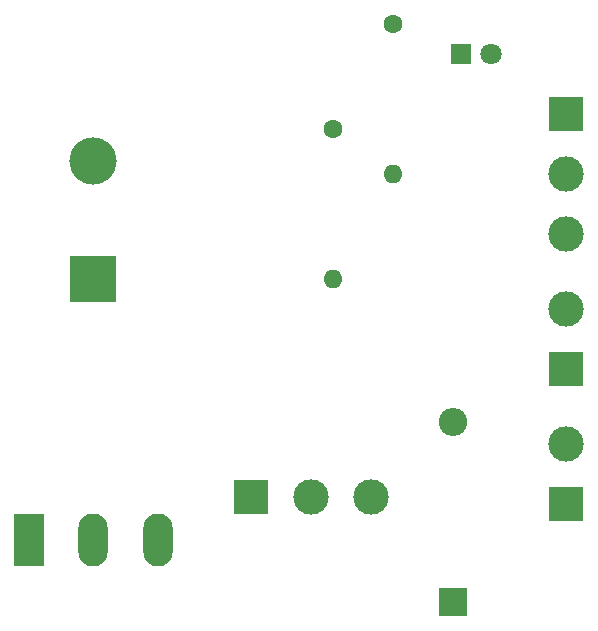
<source format=gbs>
%TF.GenerationSoftware,KiCad,Pcbnew,(6.0.9)*%
%TF.CreationDate,2022-12-04T21:19:42+11:00*%
%TF.ProjectId,Coilgun 1.3,436f696c-6775-46e2-9031-2e332e6b6963,1.3*%
%TF.SameCoordinates,Original*%
%TF.FileFunction,Soldermask,Bot*%
%TF.FilePolarity,Negative*%
%FSLAX46Y46*%
G04 Gerber Fmt 4.6, Leading zero omitted, Abs format (unit mm)*
G04 Created by KiCad (PCBNEW (6.0.9)) date 2022-12-04 21:19:42*
%MOMM*%
%LPD*%
G01*
G04 APERTURE LIST*
%ADD10R,2.400000X2.400000*%
%ADD11O,2.400000X2.400000*%
%ADD12C,1.600000*%
%ADD13O,1.600000X1.600000*%
%ADD14R,1.800000X1.800000*%
%ADD15C,1.800000*%
%ADD16R,3.000000X3.000000*%
%ADD17C,3.000000*%
%ADD18R,4.000000X4.000000*%
%ADD19C,4.000000*%
%ADD20R,2.500000X4.500000*%
%ADD21O,2.500000X4.500000*%
G04 APERTURE END LIST*
D10*
%TO.C,D3*%
X180975000Y-113665000D03*
D11*
X180975000Y-98425000D03*
%TD*%
D12*
%TO.C,R1*%
X170815000Y-73660000D03*
D13*
X170815000Y-86360000D03*
%TD*%
D14*
%TO.C,D1*%
X181605000Y-67310000D03*
D15*
X184145000Y-67310000D03*
%TD*%
D16*
%TO.C,J1*%
X190500000Y-72390000D03*
D17*
X190500000Y-77470000D03*
X190500000Y-82550000D03*
%TD*%
D12*
%TO.C,R2*%
X175895000Y-64770000D03*
D13*
X175895000Y-77470000D03*
%TD*%
D16*
%TO.C,J3*%
X190500000Y-93980000D03*
D17*
X190500000Y-88900000D03*
%TD*%
%TO.C,J4*%
X190500000Y-100330000D03*
D16*
X190500000Y-105410000D03*
%TD*%
D18*
%TO.C,C1*%
X150495000Y-86345499D03*
D19*
X150495000Y-76345499D03*
%TD*%
D20*
%TO.C,D2*%
X145045000Y-108405000D03*
D21*
X150495000Y-108405000D03*
X155945000Y-108405000D03*
%TD*%
D16*
%TO.C,J2*%
X163830000Y-104775000D03*
D17*
X168910000Y-104775000D03*
X173990000Y-104775000D03*
%TD*%
M02*

</source>
